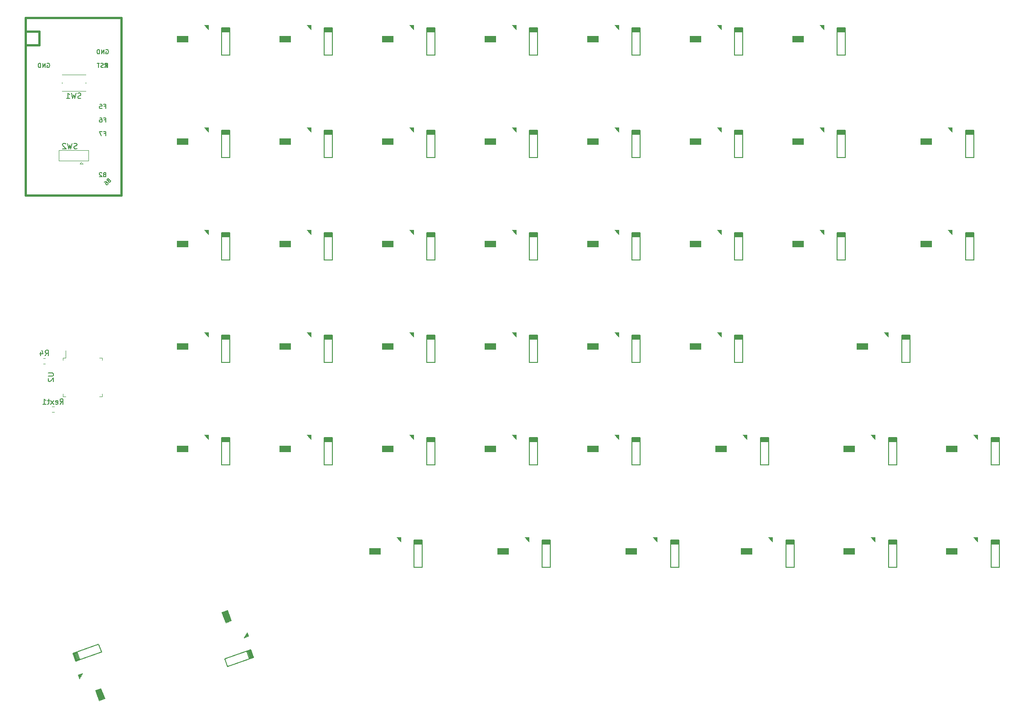
<source format=gbo>
G04 #@! TF.GenerationSoftware,KiCad,Pcbnew,(5.1.6)-1*
G04 #@! TF.CreationDate,2020-11-25T22:12:27-08:00*
G04 #@! TF.ProjectId,ortho_right,6f727468-6f5f-4726-9967-68742e6b6963,rev?*
G04 #@! TF.SameCoordinates,Original*
G04 #@! TF.FileFunction,Legend,Bot*
G04 #@! TF.FilePolarity,Positive*
%FSLAX46Y46*%
G04 Gerber Fmt 4.6, Leading zero omitted, Abs format (unit mm)*
G04 Created by KiCad (PCBNEW (5.1.6)-1) date 2020-11-25 22:12:27*
%MOMM*%
%LPD*%
G01*
G04 APERTURE LIST*
%ADD10C,0.120000*%
%ADD11C,0.100000*%
%ADD12C,0.150000*%
%ADD13C,0.381000*%
G04 APERTURE END LIST*
D10*
X213667100Y-79067000D02*
X213667100Y-77777000D01*
X213217100Y-79067000D02*
X213667100Y-79067000D01*
X213217100Y-79517000D02*
X213217100Y-79067000D01*
X213217100Y-86287000D02*
X213667100Y-86287000D01*
X213217100Y-85837000D02*
X213217100Y-86287000D01*
X220437100Y-79067000D02*
X219987100Y-79067000D01*
X220437100Y-79517000D02*
X220437100Y-79067000D01*
X220437100Y-86287000D02*
X219987100Y-86287000D01*
X220437100Y-85837000D02*
X220437100Y-86287000D01*
X211524667Y-89206800D02*
X211182133Y-89206800D01*
X211524667Y-88186800D02*
X211182133Y-88186800D01*
X209873667Y-80189800D02*
X209531133Y-80189800D01*
X209873667Y-79169800D02*
X209531133Y-79169800D01*
D11*
G36*
X362627600Y-76390500D02*
G01*
X360595600Y-76390500D01*
X360595600Y-77533500D01*
X362627600Y-77533500D01*
X362627600Y-76390500D01*
G37*
X362627600Y-76390500D02*
X360595600Y-76390500D01*
X360595600Y-77533500D01*
X362627600Y-77533500D01*
X362627600Y-76390500D01*
G36*
X365675600Y-74358500D02*
G01*
X366437600Y-75247500D01*
X366437600Y-74358500D01*
X365675600Y-74358500D01*
G37*
X365675600Y-74358500D02*
X366437600Y-75247500D01*
X366437600Y-74358500D01*
X365675600Y-74358500D01*
D12*
X368941693Y-75629340D02*
X370465693Y-75629340D01*
X368941693Y-75502340D02*
X370465693Y-75502340D01*
X370465693Y-75375340D02*
X368941693Y-75375340D01*
X368941693Y-74994340D02*
X370465693Y-74994340D01*
X370465693Y-75121340D02*
X368941693Y-75121340D01*
X368941693Y-79947340D02*
X368941693Y-79439340D01*
X368941693Y-75248340D02*
X370465693Y-75248340D01*
X370465693Y-79947340D02*
X368941693Y-79947340D01*
X370465693Y-74867340D02*
X370465693Y-79947340D01*
X368941693Y-79947340D02*
X368941693Y-74867340D01*
X368941693Y-74867340D02*
X370465693Y-74867340D01*
X248026542Y-133365344D02*
X248547781Y-134797435D01*
X243252904Y-135102806D02*
X248026542Y-133365344D01*
X248547781Y-134797435D02*
X243774142Y-136534898D01*
X243774142Y-136534898D02*
X243252904Y-135102806D01*
X247668519Y-133495653D02*
X248189758Y-134927745D01*
X243252904Y-135102806D02*
X243730267Y-134929060D01*
X248309099Y-134884308D02*
X247787860Y-133452217D01*
X247907201Y-133408780D02*
X248428440Y-134840872D01*
X248070417Y-134971181D02*
X247549178Y-133539090D01*
X247429837Y-133582526D02*
X247951076Y-135014618D01*
X247310496Y-133625963D02*
X247831735Y-135058055D01*
D11*
G36*
X247387626Y-130122187D02*
G01*
X246812858Y-131142288D01*
X247648245Y-130838232D01*
X247387626Y-130122187D01*
G37*
X247387626Y-130122187D02*
X246812858Y-131142288D01*
X247648245Y-130838232D01*
X247387626Y-130122187D01*
G36*
X244435693Y-127952988D02*
G01*
X243740708Y-126043533D01*
X242666639Y-126434462D01*
X243361624Y-128343917D01*
X244435693Y-127952988D01*
G37*
X244435693Y-127952988D02*
X243740708Y-126043533D01*
X242666639Y-126434462D01*
X243361624Y-128343917D01*
X244435693Y-127952988D01*
D12*
X215567374Y-135525096D02*
X215046135Y-134093005D01*
X220341012Y-133787634D02*
X215567374Y-135525096D01*
X215046135Y-134093005D02*
X219819774Y-132355542D01*
X219819774Y-132355542D02*
X220341012Y-133787634D01*
X215925397Y-135394787D02*
X215404158Y-133962695D01*
X220341012Y-133787634D02*
X219863649Y-133961380D01*
X215284817Y-134006132D02*
X215806056Y-135438223D01*
X215686715Y-135481660D02*
X215165476Y-134049568D01*
X215523499Y-133919259D02*
X216044738Y-135351350D01*
X216164079Y-135307914D02*
X215642840Y-133875822D01*
X216283420Y-135264477D02*
X215762181Y-133832385D01*
D11*
G36*
X216206290Y-138768253D02*
G01*
X216781058Y-137748152D01*
X215945671Y-138052208D01*
X216206290Y-138768253D01*
G37*
X216206290Y-138768253D02*
X216781058Y-137748152D01*
X215945671Y-138052208D01*
X216206290Y-138768253D01*
G36*
X219158223Y-140937452D02*
G01*
X219853208Y-142846907D01*
X220927277Y-142455978D01*
X220232292Y-140546523D01*
X219158223Y-140937452D01*
G37*
X219158223Y-140937452D02*
X219853208Y-142846907D01*
X220927277Y-142455978D01*
X220232292Y-140546523D01*
X219158223Y-140937452D01*
D12*
X385536093Y-93917340D02*
X387060093Y-93917340D01*
X385536093Y-98997340D02*
X385536093Y-93917340D01*
X387060093Y-93917340D02*
X387060093Y-98997340D01*
X387060093Y-98997340D02*
X385536093Y-98997340D01*
X385536093Y-94298340D02*
X387060093Y-94298340D01*
X385536093Y-98997340D02*
X385536093Y-98489340D01*
X387060093Y-94171340D02*
X385536093Y-94171340D01*
X385536093Y-94044340D02*
X387060093Y-94044340D01*
X387060093Y-94425340D02*
X385536093Y-94425340D01*
X385536093Y-94552340D02*
X387060093Y-94552340D01*
X385536093Y-94679340D02*
X387060093Y-94679340D01*
D11*
G36*
X382270000Y-93408500D02*
G01*
X383032000Y-94297500D01*
X383032000Y-93408500D01*
X382270000Y-93408500D01*
G37*
X382270000Y-93408500D02*
X383032000Y-94297500D01*
X383032000Y-93408500D01*
X382270000Y-93408500D01*
G36*
X379222000Y-95440500D02*
G01*
X377190000Y-95440500D01*
X377190000Y-96583500D01*
X379222000Y-96583500D01*
X379222000Y-95440500D01*
G37*
X379222000Y-95440500D02*
X377190000Y-95440500D01*
X377190000Y-96583500D01*
X379222000Y-96583500D01*
X379222000Y-95440500D01*
D12*
X366486093Y-93917340D02*
X368010093Y-93917340D01*
X366486093Y-98997340D02*
X366486093Y-93917340D01*
X368010093Y-93917340D02*
X368010093Y-98997340D01*
X368010093Y-98997340D02*
X366486093Y-98997340D01*
X366486093Y-94298340D02*
X368010093Y-94298340D01*
X366486093Y-98997340D02*
X366486093Y-98489340D01*
X368010093Y-94171340D02*
X366486093Y-94171340D01*
X366486093Y-94044340D02*
X368010093Y-94044340D01*
X368010093Y-94425340D02*
X366486093Y-94425340D01*
X366486093Y-94552340D02*
X368010093Y-94552340D01*
X366486093Y-94679340D02*
X368010093Y-94679340D01*
D11*
G36*
X363220000Y-93408500D02*
G01*
X363982000Y-94297500D01*
X363982000Y-93408500D01*
X363220000Y-93408500D01*
G37*
X363220000Y-93408500D02*
X363982000Y-94297500D01*
X363982000Y-93408500D01*
X363220000Y-93408500D01*
G36*
X360172000Y-95440500D02*
G01*
X358140000Y-95440500D01*
X358140000Y-96583500D01*
X360172000Y-96583500D01*
X360172000Y-95440500D01*
G37*
X360172000Y-95440500D02*
X358140000Y-95440500D01*
X358140000Y-96583500D01*
X360172000Y-96583500D01*
X360172000Y-95440500D01*
D12*
X342674093Y-93917340D02*
X344198093Y-93917340D01*
X342674093Y-98997340D02*
X342674093Y-93917340D01*
X344198093Y-93917340D02*
X344198093Y-98997340D01*
X344198093Y-98997340D02*
X342674093Y-98997340D01*
X342674093Y-94298340D02*
X344198093Y-94298340D01*
X342674093Y-98997340D02*
X342674093Y-98489340D01*
X344198093Y-94171340D02*
X342674093Y-94171340D01*
X342674093Y-94044340D02*
X344198093Y-94044340D01*
X344198093Y-94425340D02*
X342674093Y-94425340D01*
X342674093Y-94552340D02*
X344198093Y-94552340D01*
X342674093Y-94679340D02*
X344198093Y-94679340D01*
D11*
G36*
X339408000Y-93408500D02*
G01*
X340170000Y-94297500D01*
X340170000Y-93408500D01*
X339408000Y-93408500D01*
G37*
X339408000Y-93408500D02*
X340170000Y-94297500D01*
X340170000Y-93408500D01*
X339408000Y-93408500D01*
G36*
X336360000Y-95440500D02*
G01*
X334328000Y-95440500D01*
X334328000Y-96583500D01*
X336360000Y-96583500D01*
X336360000Y-95440500D01*
G37*
X336360000Y-95440500D02*
X334328000Y-95440500D01*
X334328000Y-96583500D01*
X336360000Y-96583500D01*
X336360000Y-95440500D01*
D12*
X356961093Y-17717340D02*
X358485093Y-17717340D01*
X356961093Y-22797340D02*
X356961093Y-17717340D01*
X358485093Y-17717340D02*
X358485093Y-22797340D01*
X358485093Y-22797340D02*
X356961093Y-22797340D01*
X356961093Y-18098340D02*
X358485093Y-18098340D01*
X356961093Y-22797340D02*
X356961093Y-22289340D01*
X358485093Y-17971340D02*
X356961093Y-17971340D01*
X356961093Y-17844340D02*
X358485093Y-17844340D01*
X358485093Y-18225340D02*
X356961093Y-18225340D01*
X356961093Y-18352340D02*
X358485093Y-18352340D01*
X356961093Y-18479340D02*
X358485093Y-18479340D01*
D11*
G36*
X353695000Y-17208500D02*
G01*
X354457000Y-18097500D01*
X354457000Y-17208500D01*
X353695000Y-17208500D01*
G37*
X353695000Y-17208500D02*
X354457000Y-18097500D01*
X354457000Y-17208500D01*
X353695000Y-17208500D01*
G36*
X350647000Y-19240500D02*
G01*
X348615000Y-19240500D01*
X348615000Y-20383500D01*
X350647000Y-20383500D01*
X350647000Y-19240500D01*
G37*
X350647000Y-19240500D02*
X348615000Y-19240500D01*
X348615000Y-20383500D01*
X350647000Y-20383500D01*
X350647000Y-19240500D01*
D12*
X385536093Y-112967340D02*
X387060093Y-112967340D01*
X385536093Y-118047340D02*
X385536093Y-112967340D01*
X387060093Y-112967340D02*
X387060093Y-118047340D01*
X387060093Y-118047340D02*
X385536093Y-118047340D01*
X385536093Y-113348340D02*
X387060093Y-113348340D01*
X385536093Y-118047340D02*
X385536093Y-117539340D01*
X387060093Y-113221340D02*
X385536093Y-113221340D01*
X385536093Y-113094340D02*
X387060093Y-113094340D01*
X387060093Y-113475340D02*
X385536093Y-113475340D01*
X385536093Y-113602340D02*
X387060093Y-113602340D01*
X385536093Y-113729340D02*
X387060093Y-113729340D01*
D11*
G36*
X382270000Y-112458500D02*
G01*
X383032000Y-113347500D01*
X383032000Y-112458500D01*
X382270000Y-112458500D01*
G37*
X382270000Y-112458500D02*
X383032000Y-113347500D01*
X383032000Y-112458500D01*
X382270000Y-112458500D01*
G36*
X379222000Y-114490500D02*
G01*
X377190000Y-114490500D01*
X377190000Y-115633500D01*
X379222000Y-115633500D01*
X379222000Y-114490500D01*
G37*
X379222000Y-114490500D02*
X377190000Y-114490500D01*
X377190000Y-115633500D01*
X379222000Y-115633500D01*
X379222000Y-114490500D01*
D12*
X366486093Y-112967340D02*
X368010093Y-112967340D01*
X366486093Y-118047340D02*
X366486093Y-112967340D01*
X368010093Y-112967340D02*
X368010093Y-118047340D01*
X368010093Y-118047340D02*
X366486093Y-118047340D01*
X366486093Y-113348340D02*
X368010093Y-113348340D01*
X366486093Y-118047340D02*
X366486093Y-117539340D01*
X368010093Y-113221340D02*
X366486093Y-113221340D01*
X366486093Y-113094340D02*
X368010093Y-113094340D01*
X368010093Y-113475340D02*
X366486093Y-113475340D01*
X366486093Y-113602340D02*
X368010093Y-113602340D01*
X366486093Y-113729340D02*
X368010093Y-113729340D01*
D11*
G36*
X363220000Y-112458500D02*
G01*
X363982000Y-113347500D01*
X363982000Y-112458500D01*
X363220000Y-112458500D01*
G37*
X363220000Y-112458500D02*
X363982000Y-113347500D01*
X363982000Y-112458500D01*
X363220000Y-112458500D01*
G36*
X360172000Y-114490500D02*
G01*
X358140000Y-114490500D01*
X358140000Y-115633500D01*
X360172000Y-115633500D01*
X360172000Y-114490500D01*
G37*
X360172000Y-114490500D02*
X358140000Y-114490500D01*
X358140000Y-115633500D01*
X360172000Y-115633500D01*
X360172000Y-114490500D01*
D12*
X347436093Y-112967340D02*
X348960093Y-112967340D01*
X347436093Y-118047340D02*
X347436093Y-112967340D01*
X348960093Y-112967340D02*
X348960093Y-118047340D01*
X348960093Y-118047340D02*
X347436093Y-118047340D01*
X347436093Y-113348340D02*
X348960093Y-113348340D01*
X347436093Y-118047340D02*
X347436093Y-117539340D01*
X348960093Y-113221340D02*
X347436093Y-113221340D01*
X347436093Y-113094340D02*
X348960093Y-113094340D01*
X348960093Y-113475340D02*
X347436093Y-113475340D01*
X347436093Y-113602340D02*
X348960093Y-113602340D01*
X347436093Y-113729340D02*
X348960093Y-113729340D01*
D11*
G36*
X344170000Y-112458500D02*
G01*
X344932000Y-113347500D01*
X344932000Y-112458500D01*
X344170000Y-112458500D01*
G37*
X344170000Y-112458500D02*
X344932000Y-113347500D01*
X344932000Y-112458500D01*
X344170000Y-112458500D01*
G36*
X341122000Y-114490500D02*
G01*
X339090000Y-114490500D01*
X339090000Y-115633500D01*
X341122000Y-115633500D01*
X341122000Y-114490500D01*
G37*
X341122000Y-114490500D02*
X339090000Y-114490500D01*
X339090000Y-115633500D01*
X341122000Y-115633500D01*
X341122000Y-114490500D01*
G36*
X319690500Y-114490500D02*
G01*
X317658500Y-114490500D01*
X317658500Y-115633500D01*
X319690500Y-115633500D01*
X319690500Y-114490500D01*
G37*
X319690500Y-114490500D02*
X317658500Y-114490500D01*
X317658500Y-115633500D01*
X319690500Y-115633500D01*
X319690500Y-114490500D01*
G36*
X322738500Y-112458500D02*
G01*
X323500500Y-113347500D01*
X323500500Y-112458500D01*
X322738500Y-112458500D01*
G37*
X322738500Y-112458500D02*
X323500500Y-113347500D01*
X323500500Y-112458500D01*
X322738500Y-112458500D01*
D12*
X326004593Y-113729340D02*
X327528593Y-113729340D01*
X326004593Y-113602340D02*
X327528593Y-113602340D01*
X327528593Y-113475340D02*
X326004593Y-113475340D01*
X326004593Y-113094340D02*
X327528593Y-113094340D01*
X327528593Y-113221340D02*
X326004593Y-113221340D01*
X326004593Y-118047340D02*
X326004593Y-117539340D01*
X326004593Y-113348340D02*
X327528593Y-113348340D01*
X327528593Y-118047340D02*
X326004593Y-118047340D01*
X327528593Y-112967340D02*
X327528593Y-118047340D01*
X326004593Y-118047340D02*
X326004593Y-112967340D01*
X326004593Y-112967340D02*
X327528593Y-112967340D01*
X242661093Y-93917340D02*
X244185093Y-93917340D01*
X242661093Y-98997340D02*
X242661093Y-93917340D01*
X244185093Y-93917340D02*
X244185093Y-98997340D01*
X244185093Y-98997340D02*
X242661093Y-98997340D01*
X242661093Y-94298340D02*
X244185093Y-94298340D01*
X242661093Y-98997340D02*
X242661093Y-98489340D01*
X244185093Y-94171340D02*
X242661093Y-94171340D01*
X242661093Y-94044340D02*
X244185093Y-94044340D01*
X244185093Y-94425340D02*
X242661093Y-94425340D01*
X242661093Y-94552340D02*
X244185093Y-94552340D01*
X242661093Y-94679340D02*
X244185093Y-94679340D01*
D11*
G36*
X239395000Y-93408500D02*
G01*
X240157000Y-94297500D01*
X240157000Y-93408500D01*
X239395000Y-93408500D01*
G37*
X239395000Y-93408500D02*
X240157000Y-94297500D01*
X240157000Y-93408500D01*
X239395000Y-93408500D01*
G36*
X236347000Y-95440500D02*
G01*
X234315000Y-95440500D01*
X234315000Y-96583500D01*
X236347000Y-96583500D01*
X236347000Y-95440500D01*
G37*
X236347000Y-95440500D02*
X234315000Y-95440500D01*
X234315000Y-96583500D01*
X236347000Y-96583500D01*
X236347000Y-95440500D01*
D12*
X242661093Y-74867340D02*
X244185093Y-74867340D01*
X242661093Y-79947340D02*
X242661093Y-74867340D01*
X244185093Y-74867340D02*
X244185093Y-79947340D01*
X244185093Y-79947340D02*
X242661093Y-79947340D01*
X242661093Y-75248340D02*
X244185093Y-75248340D01*
X242661093Y-79947340D02*
X242661093Y-79439340D01*
X244185093Y-75121340D02*
X242661093Y-75121340D01*
X242661093Y-74994340D02*
X244185093Y-74994340D01*
X244185093Y-75375340D02*
X242661093Y-75375340D01*
X242661093Y-75502340D02*
X244185093Y-75502340D01*
X242661093Y-75629340D02*
X244185093Y-75629340D01*
D11*
G36*
X239395000Y-74358500D02*
G01*
X240157000Y-75247500D01*
X240157000Y-74358500D01*
X239395000Y-74358500D01*
G37*
X239395000Y-74358500D02*
X240157000Y-75247500D01*
X240157000Y-74358500D01*
X239395000Y-74358500D01*
G36*
X236347000Y-76390500D02*
G01*
X234315000Y-76390500D01*
X234315000Y-77533500D01*
X236347000Y-77533500D01*
X236347000Y-76390500D01*
G37*
X236347000Y-76390500D02*
X234315000Y-76390500D01*
X234315000Y-77533500D01*
X236347000Y-77533500D01*
X236347000Y-76390500D01*
D12*
X380774093Y-55817340D02*
X382298093Y-55817340D01*
X380774093Y-60897340D02*
X380774093Y-55817340D01*
X382298093Y-55817340D02*
X382298093Y-60897340D01*
X382298093Y-60897340D02*
X380774093Y-60897340D01*
X380774093Y-56198340D02*
X382298093Y-56198340D01*
X380774093Y-60897340D02*
X380774093Y-60389340D01*
X382298093Y-56071340D02*
X380774093Y-56071340D01*
X380774093Y-55944340D02*
X382298093Y-55944340D01*
X382298093Y-56325340D02*
X380774093Y-56325340D01*
X380774093Y-56452340D02*
X382298093Y-56452340D01*
X380774093Y-56579340D02*
X382298093Y-56579340D01*
D11*
G36*
X377508000Y-55308500D02*
G01*
X378270000Y-56197500D01*
X378270000Y-55308500D01*
X377508000Y-55308500D01*
G37*
X377508000Y-55308500D02*
X378270000Y-56197500D01*
X378270000Y-55308500D01*
X377508000Y-55308500D01*
G36*
X374460000Y-57340500D02*
G01*
X372428000Y-57340500D01*
X372428000Y-58483500D01*
X374460000Y-58483500D01*
X374460000Y-57340500D01*
G37*
X374460000Y-57340500D02*
X372428000Y-57340500D01*
X372428000Y-58483500D01*
X374460000Y-58483500D01*
X374460000Y-57340500D01*
D12*
X242661093Y-55817340D02*
X244185093Y-55817340D01*
X242661093Y-60897340D02*
X242661093Y-55817340D01*
X244185093Y-55817340D02*
X244185093Y-60897340D01*
X244185093Y-60897340D02*
X242661093Y-60897340D01*
X242661093Y-56198340D02*
X244185093Y-56198340D01*
X242661093Y-60897340D02*
X242661093Y-60389340D01*
X244185093Y-56071340D02*
X242661093Y-56071340D01*
X242661093Y-55944340D02*
X244185093Y-55944340D01*
X244185093Y-56325340D02*
X242661093Y-56325340D01*
X242661093Y-56452340D02*
X244185093Y-56452340D01*
X242661093Y-56579340D02*
X244185093Y-56579340D01*
D11*
G36*
X239395000Y-55308500D02*
G01*
X240157000Y-56197500D01*
X240157000Y-55308500D01*
X239395000Y-55308500D01*
G37*
X239395000Y-55308500D02*
X240157000Y-56197500D01*
X240157000Y-55308500D01*
X239395000Y-55308500D01*
G36*
X236347000Y-57340500D02*
G01*
X234315000Y-57340500D01*
X234315000Y-58483500D01*
X236347000Y-58483500D01*
X236347000Y-57340500D01*
G37*
X236347000Y-57340500D02*
X234315000Y-57340500D01*
X234315000Y-58483500D01*
X236347000Y-58483500D01*
X236347000Y-57340500D01*
D12*
X380774093Y-36767340D02*
X382298093Y-36767340D01*
X380774093Y-41847340D02*
X380774093Y-36767340D01*
X382298093Y-36767340D02*
X382298093Y-41847340D01*
X382298093Y-41847340D02*
X380774093Y-41847340D01*
X380774093Y-37148340D02*
X382298093Y-37148340D01*
X380774093Y-41847340D02*
X380774093Y-41339340D01*
X382298093Y-37021340D02*
X380774093Y-37021340D01*
X380774093Y-36894340D02*
X382298093Y-36894340D01*
X382298093Y-37275340D02*
X380774093Y-37275340D01*
X380774093Y-37402340D02*
X382298093Y-37402340D01*
X380774093Y-37529340D02*
X382298093Y-37529340D01*
D11*
G36*
X377508000Y-36258500D02*
G01*
X378270000Y-37147500D01*
X378270000Y-36258500D01*
X377508000Y-36258500D01*
G37*
X377508000Y-36258500D02*
X378270000Y-37147500D01*
X378270000Y-36258500D01*
X377508000Y-36258500D01*
G36*
X374460000Y-38290500D02*
G01*
X372428000Y-38290500D01*
X372428000Y-39433500D01*
X374460000Y-39433500D01*
X374460000Y-38290500D01*
G37*
X374460000Y-38290500D02*
X372428000Y-38290500D01*
X372428000Y-39433500D01*
X374460000Y-39433500D01*
X374460000Y-38290500D01*
D12*
X242661093Y-36767340D02*
X244185093Y-36767340D01*
X242661093Y-41847340D02*
X242661093Y-36767340D01*
X244185093Y-36767340D02*
X244185093Y-41847340D01*
X244185093Y-41847340D02*
X242661093Y-41847340D01*
X242661093Y-37148340D02*
X244185093Y-37148340D01*
X242661093Y-41847340D02*
X242661093Y-41339340D01*
X244185093Y-37021340D02*
X242661093Y-37021340D01*
X242661093Y-36894340D02*
X244185093Y-36894340D01*
X244185093Y-37275340D02*
X242661093Y-37275340D01*
X242661093Y-37402340D02*
X244185093Y-37402340D01*
X242661093Y-37529340D02*
X244185093Y-37529340D01*
D11*
G36*
X239395000Y-36258500D02*
G01*
X240157000Y-37147500D01*
X240157000Y-36258500D01*
X239395000Y-36258500D01*
G37*
X239395000Y-36258500D02*
X240157000Y-37147500D01*
X240157000Y-36258500D01*
X239395000Y-36258500D01*
G36*
X236347000Y-38290500D02*
G01*
X234315000Y-38290500D01*
X234315000Y-39433500D01*
X236347000Y-39433500D01*
X236347000Y-38290500D01*
G37*
X236347000Y-38290500D02*
X234315000Y-38290500D01*
X234315000Y-39433500D01*
X236347000Y-39433500D01*
X236347000Y-38290500D01*
D12*
X242661093Y-17717340D02*
X244185093Y-17717340D01*
X242661093Y-22797340D02*
X242661093Y-17717340D01*
X244185093Y-17717340D02*
X244185093Y-22797340D01*
X244185093Y-22797340D02*
X242661093Y-22797340D01*
X242661093Y-18098340D02*
X244185093Y-18098340D01*
X242661093Y-22797340D02*
X242661093Y-22289340D01*
X244185093Y-17971340D02*
X242661093Y-17971340D01*
X242661093Y-17844340D02*
X244185093Y-17844340D01*
X244185093Y-18225340D02*
X242661093Y-18225340D01*
X242661093Y-18352340D02*
X244185093Y-18352340D01*
X242661093Y-18479340D02*
X244185093Y-18479340D01*
D11*
G36*
X239395000Y-17208500D02*
G01*
X240157000Y-18097500D01*
X240157000Y-17208500D01*
X239395000Y-17208500D01*
G37*
X239395000Y-17208500D02*
X240157000Y-18097500D01*
X240157000Y-17208500D01*
X239395000Y-17208500D01*
G36*
X236347000Y-19240500D02*
G01*
X234315000Y-19240500D01*
X234315000Y-20383500D01*
X236347000Y-20383500D01*
X236347000Y-19240500D01*
G37*
X236347000Y-19240500D02*
X234315000Y-19240500D01*
X234315000Y-20383500D01*
X236347000Y-20383500D01*
X236347000Y-19240500D01*
D13*
X208749900Y-18415000D02*
X206209900Y-18415000D01*
X223989900Y-15875000D02*
X206209900Y-15875000D01*
X206209900Y-15875000D02*
X206209900Y-48895000D01*
X206209900Y-48895000D02*
X223989900Y-48895000D01*
X223989900Y-48895000D02*
X223989900Y-15875000D01*
D12*
G36*
X220944535Y-24304030D02*
G01*
X220944535Y-24404030D01*
X221444535Y-24404030D01*
X221444535Y-24304030D01*
X220944535Y-24304030D01*
G37*
X220944535Y-24304030D02*
X220944535Y-24404030D01*
X221444535Y-24404030D01*
X221444535Y-24304030D01*
X220944535Y-24304030D01*
G36*
X220944535Y-24304030D02*
G01*
X220944535Y-24604030D01*
X221044535Y-24604030D01*
X221044535Y-24304030D01*
X220944535Y-24304030D01*
G37*
X220944535Y-24304030D02*
X220944535Y-24604030D01*
X221044535Y-24604030D01*
X221044535Y-24304030D01*
X220944535Y-24304030D01*
G36*
X220944535Y-24904030D02*
G01*
X220944535Y-25104030D01*
X221044535Y-25104030D01*
X221044535Y-24904030D01*
X220944535Y-24904030D01*
G37*
X220944535Y-24904030D02*
X220944535Y-25104030D01*
X221044535Y-25104030D01*
X221044535Y-24904030D01*
X220944535Y-24904030D01*
G36*
X221344535Y-24304030D02*
G01*
X221344535Y-25104030D01*
X221444535Y-25104030D01*
X221444535Y-24304030D01*
X221344535Y-24304030D01*
G37*
X221344535Y-24304030D02*
X221344535Y-25104030D01*
X221444535Y-25104030D01*
X221444535Y-24304030D01*
X221344535Y-24304030D01*
G36*
X221144535Y-24704030D02*
G01*
X221144535Y-24804030D01*
X221244535Y-24804030D01*
X221244535Y-24704030D01*
X221144535Y-24704030D01*
G37*
X221144535Y-24704030D02*
X221144535Y-24804030D01*
X221244535Y-24804030D01*
X221244535Y-24704030D01*
X221144535Y-24704030D01*
D13*
X208749900Y-18415000D02*
X208749900Y-20955000D01*
X208749900Y-20955000D02*
X206209900Y-20955000D01*
D10*
X217926100Y-40529000D02*
X212426100Y-40529000D01*
X212426100Y-40529000D02*
X212426100Y-42479000D01*
X212426100Y-42479000D02*
X217926100Y-42479000D01*
X217926100Y-42479000D02*
X217926100Y-40529000D01*
X216576100Y-42729000D02*
X216876100Y-43029000D01*
X216876100Y-43029000D02*
X216276100Y-43029000D01*
X216276100Y-43029000D02*
X216576100Y-42729000D01*
X212976100Y-27915400D02*
X212976100Y-28015400D01*
X217376100Y-29515400D02*
X212976100Y-29515400D01*
X212976100Y-26415400D02*
X217376100Y-26415400D01*
X217376100Y-27915400D02*
X217376100Y-28015400D01*
D11*
G36*
X295878000Y-114490500D02*
G01*
X293846000Y-114490500D01*
X293846000Y-115633500D01*
X295878000Y-115633500D01*
X295878000Y-114490500D01*
G37*
X295878000Y-114490500D02*
X293846000Y-114490500D01*
X293846000Y-115633500D01*
X295878000Y-115633500D01*
X295878000Y-114490500D01*
G36*
X298926000Y-112458500D02*
G01*
X299688000Y-113347500D01*
X299688000Y-112458500D01*
X298926000Y-112458500D01*
G37*
X298926000Y-112458500D02*
X299688000Y-113347500D01*
X299688000Y-112458500D01*
X298926000Y-112458500D01*
D12*
X302192093Y-113729340D02*
X303716093Y-113729340D01*
X302192093Y-113602340D02*
X303716093Y-113602340D01*
X303716093Y-113475340D02*
X302192093Y-113475340D01*
X302192093Y-113094340D02*
X303716093Y-113094340D01*
X303716093Y-113221340D02*
X302192093Y-113221340D01*
X302192093Y-118047340D02*
X302192093Y-117539340D01*
X302192093Y-113348340D02*
X303716093Y-113348340D01*
X303716093Y-118047340D02*
X302192093Y-118047340D01*
X303716093Y-112967340D02*
X303716093Y-118047340D01*
X302192093Y-118047340D02*
X302192093Y-112967340D01*
X302192093Y-112967340D02*
X303716093Y-112967340D01*
D11*
G36*
X272065500Y-114490500D02*
G01*
X270033500Y-114490500D01*
X270033500Y-115633500D01*
X272065500Y-115633500D01*
X272065500Y-114490500D01*
G37*
X272065500Y-114490500D02*
X270033500Y-114490500D01*
X270033500Y-115633500D01*
X272065500Y-115633500D01*
X272065500Y-114490500D01*
G36*
X275113500Y-112458500D02*
G01*
X275875500Y-113347500D01*
X275875500Y-112458500D01*
X275113500Y-112458500D01*
G37*
X275113500Y-112458500D02*
X275875500Y-113347500D01*
X275875500Y-112458500D01*
X275113500Y-112458500D01*
D12*
X278379593Y-113729340D02*
X279903593Y-113729340D01*
X278379593Y-113602340D02*
X279903593Y-113602340D01*
X279903593Y-113475340D02*
X278379593Y-113475340D01*
X278379593Y-113094340D02*
X279903593Y-113094340D01*
X279903593Y-113221340D02*
X278379593Y-113221340D01*
X278379593Y-118047340D02*
X278379593Y-117539340D01*
X278379593Y-113348340D02*
X279903593Y-113348340D01*
X279903593Y-118047340D02*
X278379593Y-118047340D01*
X279903593Y-112967340D02*
X279903593Y-118047340D01*
X278379593Y-118047340D02*
X278379593Y-112967340D01*
X278379593Y-112967340D02*
X279903593Y-112967340D01*
X318861093Y-93917340D02*
X320385093Y-93917340D01*
X318861093Y-98997340D02*
X318861093Y-93917340D01*
X320385093Y-93917340D02*
X320385093Y-98997340D01*
X320385093Y-98997340D02*
X318861093Y-98997340D01*
X318861093Y-94298340D02*
X320385093Y-94298340D01*
X318861093Y-98997340D02*
X318861093Y-98489340D01*
X320385093Y-94171340D02*
X318861093Y-94171340D01*
X318861093Y-94044340D02*
X320385093Y-94044340D01*
X320385093Y-94425340D02*
X318861093Y-94425340D01*
X318861093Y-94552340D02*
X320385093Y-94552340D01*
X318861093Y-94679340D02*
X320385093Y-94679340D01*
D11*
G36*
X315595000Y-93408500D02*
G01*
X316357000Y-94297500D01*
X316357000Y-93408500D01*
X315595000Y-93408500D01*
G37*
X315595000Y-93408500D02*
X316357000Y-94297500D01*
X316357000Y-93408500D01*
X315595000Y-93408500D01*
G36*
X312547000Y-95440500D02*
G01*
X310515000Y-95440500D01*
X310515000Y-96583500D01*
X312547000Y-96583500D01*
X312547000Y-95440500D01*
G37*
X312547000Y-95440500D02*
X310515000Y-95440500D01*
X310515000Y-96583500D01*
X312547000Y-96583500D01*
X312547000Y-95440500D01*
D12*
X299811093Y-93917340D02*
X301335093Y-93917340D01*
X299811093Y-98997340D02*
X299811093Y-93917340D01*
X301335093Y-93917340D02*
X301335093Y-98997340D01*
X301335093Y-98997340D02*
X299811093Y-98997340D01*
X299811093Y-94298340D02*
X301335093Y-94298340D01*
X299811093Y-98997340D02*
X299811093Y-98489340D01*
X301335093Y-94171340D02*
X299811093Y-94171340D01*
X299811093Y-94044340D02*
X301335093Y-94044340D01*
X301335093Y-94425340D02*
X299811093Y-94425340D01*
X299811093Y-94552340D02*
X301335093Y-94552340D01*
X299811093Y-94679340D02*
X301335093Y-94679340D01*
D11*
G36*
X296545000Y-93408500D02*
G01*
X297307000Y-94297500D01*
X297307000Y-93408500D01*
X296545000Y-93408500D01*
G37*
X296545000Y-93408500D02*
X297307000Y-94297500D01*
X297307000Y-93408500D01*
X296545000Y-93408500D01*
G36*
X293497000Y-95440500D02*
G01*
X291465000Y-95440500D01*
X291465000Y-96583500D01*
X293497000Y-96583500D01*
X293497000Y-95440500D01*
G37*
X293497000Y-95440500D02*
X291465000Y-95440500D01*
X291465000Y-96583500D01*
X293497000Y-96583500D01*
X293497000Y-95440500D01*
D12*
X280761093Y-93917340D02*
X282285093Y-93917340D01*
X280761093Y-98997340D02*
X280761093Y-93917340D01*
X282285093Y-93917340D02*
X282285093Y-98997340D01*
X282285093Y-98997340D02*
X280761093Y-98997340D01*
X280761093Y-94298340D02*
X282285093Y-94298340D01*
X280761093Y-98997340D02*
X280761093Y-98489340D01*
X282285093Y-94171340D02*
X280761093Y-94171340D01*
X280761093Y-94044340D02*
X282285093Y-94044340D01*
X282285093Y-94425340D02*
X280761093Y-94425340D01*
X280761093Y-94552340D02*
X282285093Y-94552340D01*
X280761093Y-94679340D02*
X282285093Y-94679340D01*
D11*
G36*
X277495000Y-93408500D02*
G01*
X278257000Y-94297500D01*
X278257000Y-93408500D01*
X277495000Y-93408500D01*
G37*
X277495000Y-93408500D02*
X278257000Y-94297500D01*
X278257000Y-93408500D01*
X277495000Y-93408500D01*
G36*
X274447000Y-95440500D02*
G01*
X272415000Y-95440500D01*
X272415000Y-96583500D01*
X274447000Y-96583500D01*
X274447000Y-95440500D01*
G37*
X274447000Y-95440500D02*
X272415000Y-95440500D01*
X272415000Y-96583500D01*
X274447000Y-96583500D01*
X274447000Y-95440500D01*
D12*
X261711093Y-93917340D02*
X263235093Y-93917340D01*
X261711093Y-98997340D02*
X261711093Y-93917340D01*
X263235093Y-93917340D02*
X263235093Y-98997340D01*
X263235093Y-98997340D02*
X261711093Y-98997340D01*
X261711093Y-94298340D02*
X263235093Y-94298340D01*
X261711093Y-98997340D02*
X261711093Y-98489340D01*
X263235093Y-94171340D02*
X261711093Y-94171340D01*
X261711093Y-94044340D02*
X263235093Y-94044340D01*
X263235093Y-94425340D02*
X261711093Y-94425340D01*
X261711093Y-94552340D02*
X263235093Y-94552340D01*
X261711093Y-94679340D02*
X263235093Y-94679340D01*
D11*
G36*
X258445000Y-93408500D02*
G01*
X259207000Y-94297500D01*
X259207000Y-93408500D01*
X258445000Y-93408500D01*
G37*
X258445000Y-93408500D02*
X259207000Y-94297500D01*
X259207000Y-93408500D01*
X258445000Y-93408500D01*
G36*
X255397000Y-95440500D02*
G01*
X253365000Y-95440500D01*
X253365000Y-96583500D01*
X255397000Y-96583500D01*
X255397000Y-95440500D01*
G37*
X255397000Y-95440500D02*
X253365000Y-95440500D01*
X253365000Y-96583500D01*
X255397000Y-96583500D01*
X255397000Y-95440500D01*
D12*
X337911093Y-74867340D02*
X339435093Y-74867340D01*
X337911093Y-79947340D02*
X337911093Y-74867340D01*
X339435093Y-74867340D02*
X339435093Y-79947340D01*
X339435093Y-79947340D02*
X337911093Y-79947340D01*
X337911093Y-75248340D02*
X339435093Y-75248340D01*
X337911093Y-79947340D02*
X337911093Y-79439340D01*
X339435093Y-75121340D02*
X337911093Y-75121340D01*
X337911093Y-74994340D02*
X339435093Y-74994340D01*
X339435093Y-75375340D02*
X337911093Y-75375340D01*
X337911093Y-75502340D02*
X339435093Y-75502340D01*
X337911093Y-75629340D02*
X339435093Y-75629340D01*
D11*
G36*
X334645000Y-74358500D02*
G01*
X335407000Y-75247500D01*
X335407000Y-74358500D01*
X334645000Y-74358500D01*
G37*
X334645000Y-74358500D02*
X335407000Y-75247500D01*
X335407000Y-74358500D01*
X334645000Y-74358500D01*
G36*
X331597000Y-76390500D02*
G01*
X329565000Y-76390500D01*
X329565000Y-77533500D01*
X331597000Y-77533500D01*
X331597000Y-76390500D01*
G37*
X331597000Y-76390500D02*
X329565000Y-76390500D01*
X329565000Y-77533500D01*
X331597000Y-77533500D01*
X331597000Y-76390500D01*
D12*
X318861093Y-74867340D02*
X320385093Y-74867340D01*
X318861093Y-79947340D02*
X318861093Y-74867340D01*
X320385093Y-74867340D02*
X320385093Y-79947340D01*
X320385093Y-79947340D02*
X318861093Y-79947340D01*
X318861093Y-75248340D02*
X320385093Y-75248340D01*
X318861093Y-79947340D02*
X318861093Y-79439340D01*
X320385093Y-75121340D02*
X318861093Y-75121340D01*
X318861093Y-74994340D02*
X320385093Y-74994340D01*
X320385093Y-75375340D02*
X318861093Y-75375340D01*
X318861093Y-75502340D02*
X320385093Y-75502340D01*
X318861093Y-75629340D02*
X320385093Y-75629340D01*
D11*
G36*
X315595000Y-74358500D02*
G01*
X316357000Y-75247500D01*
X316357000Y-74358500D01*
X315595000Y-74358500D01*
G37*
X315595000Y-74358500D02*
X316357000Y-75247500D01*
X316357000Y-74358500D01*
X315595000Y-74358500D01*
G36*
X312547000Y-76390500D02*
G01*
X310515000Y-76390500D01*
X310515000Y-77533500D01*
X312547000Y-77533500D01*
X312547000Y-76390500D01*
G37*
X312547000Y-76390500D02*
X310515000Y-76390500D01*
X310515000Y-77533500D01*
X312547000Y-77533500D01*
X312547000Y-76390500D01*
D12*
X299811093Y-74867340D02*
X301335093Y-74867340D01*
X299811093Y-79947340D02*
X299811093Y-74867340D01*
X301335093Y-74867340D02*
X301335093Y-79947340D01*
X301335093Y-79947340D02*
X299811093Y-79947340D01*
X299811093Y-75248340D02*
X301335093Y-75248340D01*
X299811093Y-79947340D02*
X299811093Y-79439340D01*
X301335093Y-75121340D02*
X299811093Y-75121340D01*
X299811093Y-74994340D02*
X301335093Y-74994340D01*
X301335093Y-75375340D02*
X299811093Y-75375340D01*
X299811093Y-75502340D02*
X301335093Y-75502340D01*
X299811093Y-75629340D02*
X301335093Y-75629340D01*
D11*
G36*
X296545000Y-74358500D02*
G01*
X297307000Y-75247500D01*
X297307000Y-74358500D01*
X296545000Y-74358500D01*
G37*
X296545000Y-74358500D02*
X297307000Y-75247500D01*
X297307000Y-74358500D01*
X296545000Y-74358500D01*
G36*
X293497000Y-76390500D02*
G01*
X291465000Y-76390500D01*
X291465000Y-77533500D01*
X293497000Y-77533500D01*
X293497000Y-76390500D01*
G37*
X293497000Y-76390500D02*
X291465000Y-76390500D01*
X291465000Y-77533500D01*
X293497000Y-77533500D01*
X293497000Y-76390500D01*
D12*
X280761093Y-74867340D02*
X282285093Y-74867340D01*
X280761093Y-79947340D02*
X280761093Y-74867340D01*
X282285093Y-74867340D02*
X282285093Y-79947340D01*
X282285093Y-79947340D02*
X280761093Y-79947340D01*
X280761093Y-75248340D02*
X282285093Y-75248340D01*
X280761093Y-79947340D02*
X280761093Y-79439340D01*
X282285093Y-75121340D02*
X280761093Y-75121340D01*
X280761093Y-74994340D02*
X282285093Y-74994340D01*
X282285093Y-75375340D02*
X280761093Y-75375340D01*
X280761093Y-75502340D02*
X282285093Y-75502340D01*
X280761093Y-75629340D02*
X282285093Y-75629340D01*
D11*
G36*
X277495000Y-74358500D02*
G01*
X278257000Y-75247500D01*
X278257000Y-74358500D01*
X277495000Y-74358500D01*
G37*
X277495000Y-74358500D02*
X278257000Y-75247500D01*
X278257000Y-74358500D01*
X277495000Y-74358500D01*
G36*
X274447000Y-76390500D02*
G01*
X272415000Y-76390500D01*
X272415000Y-77533500D01*
X274447000Y-77533500D01*
X274447000Y-76390500D01*
G37*
X274447000Y-76390500D02*
X272415000Y-76390500D01*
X272415000Y-77533500D01*
X274447000Y-77533500D01*
X274447000Y-76390500D01*
D12*
X261711093Y-74867340D02*
X263235093Y-74867340D01*
X261711093Y-79947340D02*
X261711093Y-74867340D01*
X263235093Y-74867340D02*
X263235093Y-79947340D01*
X263235093Y-79947340D02*
X261711093Y-79947340D01*
X261711093Y-75248340D02*
X263235093Y-75248340D01*
X261711093Y-79947340D02*
X261711093Y-79439340D01*
X263235093Y-75121340D02*
X261711093Y-75121340D01*
X261711093Y-74994340D02*
X263235093Y-74994340D01*
X263235093Y-75375340D02*
X261711093Y-75375340D01*
X261711093Y-75502340D02*
X263235093Y-75502340D01*
X261711093Y-75629340D02*
X263235093Y-75629340D01*
D11*
G36*
X258445000Y-74358500D02*
G01*
X259207000Y-75247500D01*
X259207000Y-74358500D01*
X258445000Y-74358500D01*
G37*
X258445000Y-74358500D02*
X259207000Y-75247500D01*
X259207000Y-74358500D01*
X258445000Y-74358500D01*
G36*
X255397000Y-76390500D02*
G01*
X253365000Y-76390500D01*
X253365000Y-77533500D01*
X255397000Y-77533500D01*
X255397000Y-76390500D01*
G37*
X255397000Y-76390500D02*
X253365000Y-76390500D01*
X253365000Y-77533500D01*
X255397000Y-77533500D01*
X255397000Y-76390500D01*
D12*
X356961093Y-55817340D02*
X358485093Y-55817340D01*
X356961093Y-60897340D02*
X356961093Y-55817340D01*
X358485093Y-55817340D02*
X358485093Y-60897340D01*
X358485093Y-60897340D02*
X356961093Y-60897340D01*
X356961093Y-56198340D02*
X358485093Y-56198340D01*
X356961093Y-60897340D02*
X356961093Y-60389340D01*
X358485093Y-56071340D02*
X356961093Y-56071340D01*
X356961093Y-55944340D02*
X358485093Y-55944340D01*
X358485093Y-56325340D02*
X356961093Y-56325340D01*
X356961093Y-56452340D02*
X358485093Y-56452340D01*
X356961093Y-56579340D02*
X358485093Y-56579340D01*
D11*
G36*
X353695000Y-55308500D02*
G01*
X354457000Y-56197500D01*
X354457000Y-55308500D01*
X353695000Y-55308500D01*
G37*
X353695000Y-55308500D02*
X354457000Y-56197500D01*
X354457000Y-55308500D01*
X353695000Y-55308500D01*
G36*
X350647000Y-57340500D02*
G01*
X348615000Y-57340500D01*
X348615000Y-58483500D01*
X350647000Y-58483500D01*
X350647000Y-57340500D01*
G37*
X350647000Y-57340500D02*
X348615000Y-57340500D01*
X348615000Y-58483500D01*
X350647000Y-58483500D01*
X350647000Y-57340500D01*
D12*
X337911093Y-55817340D02*
X339435093Y-55817340D01*
X337911093Y-60897340D02*
X337911093Y-55817340D01*
X339435093Y-55817340D02*
X339435093Y-60897340D01*
X339435093Y-60897340D02*
X337911093Y-60897340D01*
X337911093Y-56198340D02*
X339435093Y-56198340D01*
X337911093Y-60897340D02*
X337911093Y-60389340D01*
X339435093Y-56071340D02*
X337911093Y-56071340D01*
X337911093Y-55944340D02*
X339435093Y-55944340D01*
X339435093Y-56325340D02*
X337911093Y-56325340D01*
X337911093Y-56452340D02*
X339435093Y-56452340D01*
X337911093Y-56579340D02*
X339435093Y-56579340D01*
D11*
G36*
X334645000Y-55308500D02*
G01*
X335407000Y-56197500D01*
X335407000Y-55308500D01*
X334645000Y-55308500D01*
G37*
X334645000Y-55308500D02*
X335407000Y-56197500D01*
X335407000Y-55308500D01*
X334645000Y-55308500D01*
G36*
X331597000Y-57340500D02*
G01*
X329565000Y-57340500D01*
X329565000Y-58483500D01*
X331597000Y-58483500D01*
X331597000Y-57340500D01*
G37*
X331597000Y-57340500D02*
X329565000Y-57340500D01*
X329565000Y-58483500D01*
X331597000Y-58483500D01*
X331597000Y-57340500D01*
D12*
X318861093Y-55817340D02*
X320385093Y-55817340D01*
X318861093Y-60897340D02*
X318861093Y-55817340D01*
X320385093Y-55817340D02*
X320385093Y-60897340D01*
X320385093Y-60897340D02*
X318861093Y-60897340D01*
X318861093Y-56198340D02*
X320385093Y-56198340D01*
X318861093Y-60897340D02*
X318861093Y-60389340D01*
X320385093Y-56071340D02*
X318861093Y-56071340D01*
X318861093Y-55944340D02*
X320385093Y-55944340D01*
X320385093Y-56325340D02*
X318861093Y-56325340D01*
X318861093Y-56452340D02*
X320385093Y-56452340D01*
X318861093Y-56579340D02*
X320385093Y-56579340D01*
D11*
G36*
X315595000Y-55308500D02*
G01*
X316357000Y-56197500D01*
X316357000Y-55308500D01*
X315595000Y-55308500D01*
G37*
X315595000Y-55308500D02*
X316357000Y-56197500D01*
X316357000Y-55308500D01*
X315595000Y-55308500D01*
G36*
X312547000Y-57340500D02*
G01*
X310515000Y-57340500D01*
X310515000Y-58483500D01*
X312547000Y-58483500D01*
X312547000Y-57340500D01*
G37*
X312547000Y-57340500D02*
X310515000Y-57340500D01*
X310515000Y-58483500D01*
X312547000Y-58483500D01*
X312547000Y-57340500D01*
D12*
X299811093Y-55817340D02*
X301335093Y-55817340D01*
X299811093Y-60897340D02*
X299811093Y-55817340D01*
X301335093Y-55817340D02*
X301335093Y-60897340D01*
X301335093Y-60897340D02*
X299811093Y-60897340D01*
X299811093Y-56198340D02*
X301335093Y-56198340D01*
X299811093Y-60897340D02*
X299811093Y-60389340D01*
X301335093Y-56071340D02*
X299811093Y-56071340D01*
X299811093Y-55944340D02*
X301335093Y-55944340D01*
X301335093Y-56325340D02*
X299811093Y-56325340D01*
X299811093Y-56452340D02*
X301335093Y-56452340D01*
X299811093Y-56579340D02*
X301335093Y-56579340D01*
D11*
G36*
X296545000Y-55308500D02*
G01*
X297307000Y-56197500D01*
X297307000Y-55308500D01*
X296545000Y-55308500D01*
G37*
X296545000Y-55308500D02*
X297307000Y-56197500D01*
X297307000Y-55308500D01*
X296545000Y-55308500D01*
G36*
X293497000Y-57340500D02*
G01*
X291465000Y-57340500D01*
X291465000Y-58483500D01*
X293497000Y-58483500D01*
X293497000Y-57340500D01*
G37*
X293497000Y-57340500D02*
X291465000Y-57340500D01*
X291465000Y-58483500D01*
X293497000Y-58483500D01*
X293497000Y-57340500D01*
D12*
X280761093Y-55817340D02*
X282285093Y-55817340D01*
X280761093Y-60897340D02*
X280761093Y-55817340D01*
X282285093Y-55817340D02*
X282285093Y-60897340D01*
X282285093Y-60897340D02*
X280761093Y-60897340D01*
X280761093Y-56198340D02*
X282285093Y-56198340D01*
X280761093Y-60897340D02*
X280761093Y-60389340D01*
X282285093Y-56071340D02*
X280761093Y-56071340D01*
X280761093Y-55944340D02*
X282285093Y-55944340D01*
X282285093Y-56325340D02*
X280761093Y-56325340D01*
X280761093Y-56452340D02*
X282285093Y-56452340D01*
X280761093Y-56579340D02*
X282285093Y-56579340D01*
D11*
G36*
X277495000Y-55308500D02*
G01*
X278257000Y-56197500D01*
X278257000Y-55308500D01*
X277495000Y-55308500D01*
G37*
X277495000Y-55308500D02*
X278257000Y-56197500D01*
X278257000Y-55308500D01*
X277495000Y-55308500D01*
G36*
X274447000Y-57340500D02*
G01*
X272415000Y-57340500D01*
X272415000Y-58483500D01*
X274447000Y-58483500D01*
X274447000Y-57340500D01*
G37*
X274447000Y-57340500D02*
X272415000Y-57340500D01*
X272415000Y-58483500D01*
X274447000Y-58483500D01*
X274447000Y-57340500D01*
D12*
X261711093Y-55817340D02*
X263235093Y-55817340D01*
X261711093Y-60897340D02*
X261711093Y-55817340D01*
X263235093Y-55817340D02*
X263235093Y-60897340D01*
X263235093Y-60897340D02*
X261711093Y-60897340D01*
X261711093Y-56198340D02*
X263235093Y-56198340D01*
X261711093Y-60897340D02*
X261711093Y-60389340D01*
X263235093Y-56071340D02*
X261711093Y-56071340D01*
X261711093Y-55944340D02*
X263235093Y-55944340D01*
X263235093Y-56325340D02*
X261711093Y-56325340D01*
X261711093Y-56452340D02*
X263235093Y-56452340D01*
X261711093Y-56579340D02*
X263235093Y-56579340D01*
D11*
G36*
X258445000Y-55308500D02*
G01*
X259207000Y-56197500D01*
X259207000Y-55308500D01*
X258445000Y-55308500D01*
G37*
X258445000Y-55308500D02*
X259207000Y-56197500D01*
X259207000Y-55308500D01*
X258445000Y-55308500D01*
G36*
X255397000Y-57340500D02*
G01*
X253365000Y-57340500D01*
X253365000Y-58483500D01*
X255397000Y-58483500D01*
X255397000Y-57340500D01*
G37*
X255397000Y-57340500D02*
X253365000Y-57340500D01*
X253365000Y-58483500D01*
X255397000Y-58483500D01*
X255397000Y-57340500D01*
D12*
X356961093Y-36767340D02*
X358485093Y-36767340D01*
X356961093Y-41847340D02*
X356961093Y-36767340D01*
X358485093Y-36767340D02*
X358485093Y-41847340D01*
X358485093Y-41847340D02*
X356961093Y-41847340D01*
X356961093Y-37148340D02*
X358485093Y-37148340D01*
X356961093Y-41847340D02*
X356961093Y-41339340D01*
X358485093Y-37021340D02*
X356961093Y-37021340D01*
X356961093Y-36894340D02*
X358485093Y-36894340D01*
X358485093Y-37275340D02*
X356961093Y-37275340D01*
X356961093Y-37402340D02*
X358485093Y-37402340D01*
X356961093Y-37529340D02*
X358485093Y-37529340D01*
D11*
G36*
X353695000Y-36258500D02*
G01*
X354457000Y-37147500D01*
X354457000Y-36258500D01*
X353695000Y-36258500D01*
G37*
X353695000Y-36258500D02*
X354457000Y-37147500D01*
X354457000Y-36258500D01*
X353695000Y-36258500D01*
G36*
X350647000Y-38290500D02*
G01*
X348615000Y-38290500D01*
X348615000Y-39433500D01*
X350647000Y-39433500D01*
X350647000Y-38290500D01*
G37*
X350647000Y-38290500D02*
X348615000Y-38290500D01*
X348615000Y-39433500D01*
X350647000Y-39433500D01*
X350647000Y-38290500D01*
D12*
X337911093Y-36767340D02*
X339435093Y-36767340D01*
X337911093Y-41847340D02*
X337911093Y-36767340D01*
X339435093Y-36767340D02*
X339435093Y-41847340D01*
X339435093Y-41847340D02*
X337911093Y-41847340D01*
X337911093Y-37148340D02*
X339435093Y-37148340D01*
X337911093Y-41847340D02*
X337911093Y-41339340D01*
X339435093Y-37021340D02*
X337911093Y-37021340D01*
X337911093Y-36894340D02*
X339435093Y-36894340D01*
X339435093Y-37275340D02*
X337911093Y-37275340D01*
X337911093Y-37402340D02*
X339435093Y-37402340D01*
X337911093Y-37529340D02*
X339435093Y-37529340D01*
D11*
G36*
X334645000Y-36258500D02*
G01*
X335407000Y-37147500D01*
X335407000Y-36258500D01*
X334645000Y-36258500D01*
G37*
X334645000Y-36258500D02*
X335407000Y-37147500D01*
X335407000Y-36258500D01*
X334645000Y-36258500D01*
G36*
X331597000Y-38290500D02*
G01*
X329565000Y-38290500D01*
X329565000Y-39433500D01*
X331597000Y-39433500D01*
X331597000Y-38290500D01*
G37*
X331597000Y-38290500D02*
X329565000Y-38290500D01*
X329565000Y-39433500D01*
X331597000Y-39433500D01*
X331597000Y-38290500D01*
D12*
X318861093Y-36767340D02*
X320385093Y-36767340D01*
X318861093Y-41847340D02*
X318861093Y-36767340D01*
X320385093Y-36767340D02*
X320385093Y-41847340D01*
X320385093Y-41847340D02*
X318861093Y-41847340D01*
X318861093Y-37148340D02*
X320385093Y-37148340D01*
X318861093Y-41847340D02*
X318861093Y-41339340D01*
X320385093Y-37021340D02*
X318861093Y-37021340D01*
X318861093Y-36894340D02*
X320385093Y-36894340D01*
X320385093Y-37275340D02*
X318861093Y-37275340D01*
X318861093Y-37402340D02*
X320385093Y-37402340D01*
X318861093Y-37529340D02*
X320385093Y-37529340D01*
D11*
G36*
X315595000Y-36258500D02*
G01*
X316357000Y-37147500D01*
X316357000Y-36258500D01*
X315595000Y-36258500D01*
G37*
X315595000Y-36258500D02*
X316357000Y-37147500D01*
X316357000Y-36258500D01*
X315595000Y-36258500D01*
G36*
X312547000Y-38290500D02*
G01*
X310515000Y-38290500D01*
X310515000Y-39433500D01*
X312547000Y-39433500D01*
X312547000Y-38290500D01*
G37*
X312547000Y-38290500D02*
X310515000Y-38290500D01*
X310515000Y-39433500D01*
X312547000Y-39433500D01*
X312547000Y-38290500D01*
D12*
X299811093Y-36767340D02*
X301335093Y-36767340D01*
X299811093Y-41847340D02*
X299811093Y-36767340D01*
X301335093Y-36767340D02*
X301335093Y-41847340D01*
X301335093Y-41847340D02*
X299811093Y-41847340D01*
X299811093Y-37148340D02*
X301335093Y-37148340D01*
X299811093Y-41847340D02*
X299811093Y-41339340D01*
X301335093Y-37021340D02*
X299811093Y-37021340D01*
X299811093Y-36894340D02*
X301335093Y-36894340D01*
X301335093Y-37275340D02*
X299811093Y-37275340D01*
X299811093Y-37402340D02*
X301335093Y-37402340D01*
X299811093Y-37529340D02*
X301335093Y-37529340D01*
D11*
G36*
X296545000Y-36258500D02*
G01*
X297307000Y-37147500D01*
X297307000Y-36258500D01*
X296545000Y-36258500D01*
G37*
X296545000Y-36258500D02*
X297307000Y-37147500D01*
X297307000Y-36258500D01*
X296545000Y-36258500D01*
G36*
X293497000Y-38290500D02*
G01*
X291465000Y-38290500D01*
X291465000Y-39433500D01*
X293497000Y-39433500D01*
X293497000Y-38290500D01*
G37*
X293497000Y-38290500D02*
X291465000Y-38290500D01*
X291465000Y-39433500D01*
X293497000Y-39433500D01*
X293497000Y-38290500D01*
D12*
X280761093Y-36767340D02*
X282285093Y-36767340D01*
X280761093Y-41847340D02*
X280761093Y-36767340D01*
X282285093Y-36767340D02*
X282285093Y-41847340D01*
X282285093Y-41847340D02*
X280761093Y-41847340D01*
X280761093Y-37148340D02*
X282285093Y-37148340D01*
X280761093Y-41847340D02*
X280761093Y-41339340D01*
X282285093Y-37021340D02*
X280761093Y-37021340D01*
X280761093Y-36894340D02*
X282285093Y-36894340D01*
X282285093Y-37275340D02*
X280761093Y-37275340D01*
X280761093Y-37402340D02*
X282285093Y-37402340D01*
X280761093Y-37529340D02*
X282285093Y-37529340D01*
D11*
G36*
X277495000Y-36258500D02*
G01*
X278257000Y-37147500D01*
X278257000Y-36258500D01*
X277495000Y-36258500D01*
G37*
X277495000Y-36258500D02*
X278257000Y-37147500D01*
X278257000Y-36258500D01*
X277495000Y-36258500D01*
G36*
X274447000Y-38290500D02*
G01*
X272415000Y-38290500D01*
X272415000Y-39433500D01*
X274447000Y-39433500D01*
X274447000Y-38290500D01*
G37*
X274447000Y-38290500D02*
X272415000Y-38290500D01*
X272415000Y-39433500D01*
X274447000Y-39433500D01*
X274447000Y-38290500D01*
D12*
X261711093Y-36767340D02*
X263235093Y-36767340D01*
X261711093Y-41847340D02*
X261711093Y-36767340D01*
X263235093Y-36767340D02*
X263235093Y-41847340D01*
X263235093Y-41847340D02*
X261711093Y-41847340D01*
X261711093Y-37148340D02*
X263235093Y-37148340D01*
X261711093Y-41847340D02*
X261711093Y-41339340D01*
X263235093Y-37021340D02*
X261711093Y-37021340D01*
X261711093Y-36894340D02*
X263235093Y-36894340D01*
X263235093Y-37275340D02*
X261711093Y-37275340D01*
X261711093Y-37402340D02*
X263235093Y-37402340D01*
X261711093Y-37529340D02*
X263235093Y-37529340D01*
D11*
G36*
X258445000Y-36258500D02*
G01*
X259207000Y-37147500D01*
X259207000Y-36258500D01*
X258445000Y-36258500D01*
G37*
X258445000Y-36258500D02*
X259207000Y-37147500D01*
X259207000Y-36258500D01*
X258445000Y-36258500D01*
G36*
X255397000Y-38290500D02*
G01*
X253365000Y-38290500D01*
X253365000Y-39433500D01*
X255397000Y-39433500D01*
X255397000Y-38290500D01*
G37*
X255397000Y-38290500D02*
X253365000Y-38290500D01*
X253365000Y-39433500D01*
X255397000Y-39433500D01*
X255397000Y-38290500D01*
D12*
X337911093Y-17717340D02*
X339435093Y-17717340D01*
X337911093Y-22797340D02*
X337911093Y-17717340D01*
X339435093Y-17717340D02*
X339435093Y-22797340D01*
X339435093Y-22797340D02*
X337911093Y-22797340D01*
X337911093Y-18098340D02*
X339435093Y-18098340D01*
X337911093Y-22797340D02*
X337911093Y-22289340D01*
X339435093Y-17971340D02*
X337911093Y-17971340D01*
X337911093Y-17844340D02*
X339435093Y-17844340D01*
X339435093Y-18225340D02*
X337911093Y-18225340D01*
X337911093Y-18352340D02*
X339435093Y-18352340D01*
X337911093Y-18479340D02*
X339435093Y-18479340D01*
D11*
G36*
X334645000Y-17208500D02*
G01*
X335407000Y-18097500D01*
X335407000Y-17208500D01*
X334645000Y-17208500D01*
G37*
X334645000Y-17208500D02*
X335407000Y-18097500D01*
X335407000Y-17208500D01*
X334645000Y-17208500D01*
G36*
X331597000Y-19240500D02*
G01*
X329565000Y-19240500D01*
X329565000Y-20383500D01*
X331597000Y-20383500D01*
X331597000Y-19240500D01*
G37*
X331597000Y-19240500D02*
X329565000Y-19240500D01*
X329565000Y-20383500D01*
X331597000Y-20383500D01*
X331597000Y-19240500D01*
D12*
X318861093Y-17717340D02*
X320385093Y-17717340D01*
X318861093Y-22797340D02*
X318861093Y-17717340D01*
X320385093Y-17717340D02*
X320385093Y-22797340D01*
X320385093Y-22797340D02*
X318861093Y-22797340D01*
X318861093Y-18098340D02*
X320385093Y-18098340D01*
X318861093Y-22797340D02*
X318861093Y-22289340D01*
X320385093Y-17971340D02*
X318861093Y-17971340D01*
X318861093Y-17844340D02*
X320385093Y-17844340D01*
X320385093Y-18225340D02*
X318861093Y-18225340D01*
X318861093Y-18352340D02*
X320385093Y-18352340D01*
X318861093Y-18479340D02*
X320385093Y-18479340D01*
D11*
G36*
X315595000Y-17208500D02*
G01*
X316357000Y-18097500D01*
X316357000Y-17208500D01*
X315595000Y-17208500D01*
G37*
X315595000Y-17208500D02*
X316357000Y-18097500D01*
X316357000Y-17208500D01*
X315595000Y-17208500D01*
G36*
X312547000Y-19240500D02*
G01*
X310515000Y-19240500D01*
X310515000Y-20383500D01*
X312547000Y-20383500D01*
X312547000Y-19240500D01*
G37*
X312547000Y-19240500D02*
X310515000Y-19240500D01*
X310515000Y-20383500D01*
X312547000Y-20383500D01*
X312547000Y-19240500D01*
D12*
X299811093Y-17717340D02*
X301335093Y-17717340D01*
X299811093Y-22797340D02*
X299811093Y-17717340D01*
X301335093Y-17717340D02*
X301335093Y-22797340D01*
X301335093Y-22797340D02*
X299811093Y-22797340D01*
X299811093Y-18098340D02*
X301335093Y-18098340D01*
X299811093Y-22797340D02*
X299811093Y-22289340D01*
X301335093Y-17971340D02*
X299811093Y-17971340D01*
X299811093Y-17844340D02*
X301335093Y-17844340D01*
X301335093Y-18225340D02*
X299811093Y-18225340D01*
X299811093Y-18352340D02*
X301335093Y-18352340D01*
X299811093Y-18479340D02*
X301335093Y-18479340D01*
D11*
G36*
X296545000Y-17208500D02*
G01*
X297307000Y-18097500D01*
X297307000Y-17208500D01*
X296545000Y-17208500D01*
G37*
X296545000Y-17208500D02*
X297307000Y-18097500D01*
X297307000Y-17208500D01*
X296545000Y-17208500D01*
G36*
X293497000Y-19240500D02*
G01*
X291465000Y-19240500D01*
X291465000Y-20383500D01*
X293497000Y-20383500D01*
X293497000Y-19240500D01*
G37*
X293497000Y-19240500D02*
X291465000Y-19240500D01*
X291465000Y-20383500D01*
X293497000Y-20383500D01*
X293497000Y-19240500D01*
D12*
X280761093Y-17717340D02*
X282285093Y-17717340D01*
X280761093Y-22797340D02*
X280761093Y-17717340D01*
X282285093Y-17717340D02*
X282285093Y-22797340D01*
X282285093Y-22797340D02*
X280761093Y-22797340D01*
X280761093Y-18098340D02*
X282285093Y-18098340D01*
X280761093Y-22797340D02*
X280761093Y-22289340D01*
X282285093Y-17971340D02*
X280761093Y-17971340D01*
X280761093Y-17844340D02*
X282285093Y-17844340D01*
X282285093Y-18225340D02*
X280761093Y-18225340D01*
X280761093Y-18352340D02*
X282285093Y-18352340D01*
X280761093Y-18479340D02*
X282285093Y-18479340D01*
D11*
G36*
X277495000Y-17208500D02*
G01*
X278257000Y-18097500D01*
X278257000Y-17208500D01*
X277495000Y-17208500D01*
G37*
X277495000Y-17208500D02*
X278257000Y-18097500D01*
X278257000Y-17208500D01*
X277495000Y-17208500D01*
G36*
X274447000Y-19240500D02*
G01*
X272415000Y-19240500D01*
X272415000Y-20383500D01*
X274447000Y-20383500D01*
X274447000Y-19240500D01*
G37*
X274447000Y-19240500D02*
X272415000Y-19240500D01*
X272415000Y-20383500D01*
X274447000Y-20383500D01*
X274447000Y-19240500D01*
D12*
X261711093Y-17717340D02*
X263235093Y-17717340D01*
X261711093Y-22797340D02*
X261711093Y-17717340D01*
X263235093Y-17717340D02*
X263235093Y-22797340D01*
X263235093Y-22797340D02*
X261711093Y-22797340D01*
X261711093Y-18098340D02*
X263235093Y-18098340D01*
X261711093Y-22797340D02*
X261711093Y-22289340D01*
X263235093Y-17971340D02*
X261711093Y-17971340D01*
X261711093Y-17844340D02*
X263235093Y-17844340D01*
X263235093Y-18225340D02*
X261711093Y-18225340D01*
X261711093Y-18352340D02*
X263235093Y-18352340D01*
X261711093Y-18479340D02*
X263235093Y-18479340D01*
D11*
G36*
X258445000Y-17208500D02*
G01*
X259207000Y-18097500D01*
X259207000Y-17208500D01*
X258445000Y-17208500D01*
G37*
X258445000Y-17208500D02*
X259207000Y-18097500D01*
X259207000Y-17208500D01*
X258445000Y-17208500D01*
G36*
X255397000Y-19240500D02*
G01*
X253365000Y-19240500D01*
X253365000Y-20383500D01*
X255397000Y-20383500D01*
X255397000Y-19240500D01*
G37*
X255397000Y-19240500D02*
X253365000Y-19240500D01*
X253365000Y-20383500D01*
X255397000Y-20383500D01*
X255397000Y-19240500D01*
D12*
X210429480Y-81915095D02*
X211239004Y-81915095D01*
X211334242Y-81962714D01*
X211381861Y-82010333D01*
X211429480Y-82105571D01*
X211429480Y-82296047D01*
X211381861Y-82391285D01*
X211334242Y-82438904D01*
X211239004Y-82486523D01*
X210429480Y-82486523D01*
X210524719Y-82915095D02*
X210477100Y-82962714D01*
X210429480Y-83057952D01*
X210429480Y-83296047D01*
X210477100Y-83391285D01*
X210524719Y-83438904D01*
X210619957Y-83486523D01*
X210715195Y-83486523D01*
X210858052Y-83438904D01*
X211429480Y-82867476D01*
X211429480Y-83486523D01*
X212639114Y-87719180D02*
X212972447Y-87242990D01*
X213210542Y-87719180D02*
X213210542Y-86719180D01*
X212829590Y-86719180D01*
X212734352Y-86766800D01*
X212686733Y-86814419D01*
X212639114Y-86909657D01*
X212639114Y-87052514D01*
X212686733Y-87147752D01*
X212734352Y-87195371D01*
X212829590Y-87242990D01*
X213210542Y-87242990D01*
X211829590Y-87671561D02*
X211924828Y-87719180D01*
X212115304Y-87719180D01*
X212210542Y-87671561D01*
X212258161Y-87576323D01*
X212258161Y-87195371D01*
X212210542Y-87100133D01*
X212115304Y-87052514D01*
X211924828Y-87052514D01*
X211829590Y-87100133D01*
X211781971Y-87195371D01*
X211781971Y-87290609D01*
X212258161Y-87385847D01*
X211448638Y-87719180D02*
X210924828Y-87052514D01*
X211448638Y-87052514D02*
X210924828Y-87719180D01*
X210686733Y-87052514D02*
X210305780Y-87052514D01*
X210543876Y-86719180D02*
X210543876Y-87576323D01*
X210496257Y-87671561D01*
X210401019Y-87719180D01*
X210305780Y-87719180D01*
X209448638Y-87719180D02*
X210020066Y-87719180D01*
X209734352Y-87719180D02*
X209734352Y-86719180D01*
X209829590Y-86862038D01*
X209924828Y-86957276D01*
X210020066Y-87004895D01*
X209869066Y-78702180D02*
X210202400Y-78225990D01*
X210440495Y-78702180D02*
X210440495Y-77702180D01*
X210059542Y-77702180D01*
X209964304Y-77749800D01*
X209916685Y-77797419D01*
X209869066Y-77892657D01*
X209869066Y-78035514D01*
X209916685Y-78130752D01*
X209964304Y-78178371D01*
X210059542Y-78225990D01*
X210440495Y-78225990D01*
X209011923Y-78035514D02*
X209011923Y-78702180D01*
X209250019Y-77654561D02*
X209488114Y-78368847D01*
X208869066Y-78368847D01*
X210248423Y-24365000D02*
X210324614Y-24326904D01*
X210438900Y-24326904D01*
X210553185Y-24365000D01*
X210629376Y-24441190D01*
X210667471Y-24517380D01*
X210705566Y-24669761D01*
X210705566Y-24784047D01*
X210667471Y-24936428D01*
X210629376Y-25012619D01*
X210553185Y-25088809D01*
X210438900Y-25126904D01*
X210362709Y-25126904D01*
X210248423Y-25088809D01*
X210210328Y-25050714D01*
X210210328Y-24784047D01*
X210362709Y-24784047D01*
X209867471Y-25126904D02*
X209867471Y-24326904D01*
X209410328Y-25126904D01*
X209410328Y-24326904D01*
X209029376Y-25126904D02*
X209029376Y-24326904D01*
X208838900Y-24326904D01*
X208724614Y-24365000D01*
X208648423Y-24441190D01*
X208610328Y-24517380D01*
X208572233Y-24669761D01*
X208572233Y-24784047D01*
X208610328Y-24936428D01*
X208648423Y-25012619D01*
X208724614Y-25088809D01*
X208838900Y-25126904D01*
X209029376Y-25126904D01*
X220884709Y-45027857D02*
X220770423Y-45065952D01*
X220732328Y-45104047D01*
X220694233Y-45180238D01*
X220694233Y-45294523D01*
X220732328Y-45370714D01*
X220770423Y-45408809D01*
X220846614Y-45446904D01*
X221151376Y-45446904D01*
X221151376Y-44646904D01*
X220884709Y-44646904D01*
X220808519Y-44685000D01*
X220770423Y-44723095D01*
X220732328Y-44799285D01*
X220732328Y-44875476D01*
X220770423Y-44951666D01*
X220808519Y-44989761D01*
X220884709Y-45027857D01*
X221151376Y-45027857D01*
X220389471Y-44723095D02*
X220351376Y-44685000D01*
X220275185Y-44646904D01*
X220084709Y-44646904D01*
X220008519Y-44685000D01*
X219970423Y-44723095D01*
X219932328Y-44799285D01*
X219932328Y-44875476D01*
X219970423Y-44989761D01*
X220427566Y-45446904D01*
X219932328Y-45446904D01*
X220827566Y-37407857D02*
X221094233Y-37407857D01*
X221094233Y-37826904D02*
X221094233Y-37026904D01*
X220713280Y-37026904D01*
X220484709Y-37026904D02*
X219951376Y-37026904D01*
X220294233Y-37826904D01*
X220827566Y-34867857D02*
X221094233Y-34867857D01*
X221094233Y-35286904D02*
X221094233Y-34486904D01*
X220713280Y-34486904D01*
X220065661Y-34486904D02*
X220218042Y-34486904D01*
X220294233Y-34525000D01*
X220332328Y-34563095D01*
X220408519Y-34677380D01*
X220446614Y-34829761D01*
X220446614Y-35134523D01*
X220408519Y-35210714D01*
X220370423Y-35248809D01*
X220294233Y-35286904D01*
X220141852Y-35286904D01*
X220065661Y-35248809D01*
X220027566Y-35210714D01*
X219989471Y-35134523D01*
X219989471Y-34944047D01*
X220027566Y-34867857D01*
X220065661Y-34829761D01*
X220141852Y-34791666D01*
X220294233Y-34791666D01*
X220370423Y-34829761D01*
X220408519Y-34867857D01*
X220446614Y-34944047D01*
X220827566Y-32327857D02*
X221094233Y-32327857D01*
X221094233Y-32746904D02*
X221094233Y-31946904D01*
X220713280Y-31946904D01*
X220027566Y-31946904D02*
X220408519Y-31946904D01*
X220446614Y-32327857D01*
X220408519Y-32289761D01*
X220332328Y-32251666D01*
X220141852Y-32251666D01*
X220065661Y-32289761D01*
X220027566Y-32327857D01*
X219989471Y-32404047D01*
X219989471Y-32594523D01*
X220027566Y-32670714D01*
X220065661Y-32708809D01*
X220141852Y-32746904D01*
X220332328Y-32746904D01*
X220408519Y-32708809D01*
X220446614Y-32670714D01*
X221170423Y-21825000D02*
X221246614Y-21786904D01*
X221360900Y-21786904D01*
X221475185Y-21825000D01*
X221551376Y-21901190D01*
X221589471Y-21977380D01*
X221627566Y-22129761D01*
X221627566Y-22244047D01*
X221589471Y-22396428D01*
X221551376Y-22472619D01*
X221475185Y-22548809D01*
X221360900Y-22586904D01*
X221284709Y-22586904D01*
X221170423Y-22548809D01*
X221132328Y-22510714D01*
X221132328Y-22244047D01*
X221284709Y-22244047D01*
X220789471Y-22586904D02*
X220789471Y-21786904D01*
X220332328Y-22586904D01*
X220332328Y-21786904D01*
X219951376Y-22586904D02*
X219951376Y-21786904D01*
X219760900Y-21786904D01*
X219646614Y-21825000D01*
X219570423Y-21901190D01*
X219532328Y-21977380D01*
X219494233Y-22129761D01*
X219494233Y-22244047D01*
X219532328Y-22396428D01*
X219570423Y-22472619D01*
X219646614Y-22548809D01*
X219760900Y-22586904D01*
X219951376Y-22586904D01*
X220673233Y-25068809D02*
X220558947Y-25106904D01*
X220368471Y-25106904D01*
X220292280Y-25068809D01*
X220254185Y-25030714D01*
X220216090Y-24954523D01*
X220216090Y-24878333D01*
X220254185Y-24802142D01*
X220292280Y-24764047D01*
X220368471Y-24725952D01*
X220520852Y-24687857D01*
X220597042Y-24649761D01*
X220635138Y-24611666D01*
X220673233Y-24535476D01*
X220673233Y-24459285D01*
X220635138Y-24383095D01*
X220597042Y-24345000D01*
X220520852Y-24306904D01*
X220330376Y-24306904D01*
X220216090Y-24345000D01*
X219987519Y-24306904D02*
X219530376Y-24306904D01*
X219758947Y-25106904D02*
X219758947Y-24306904D01*
X220827566Y-32327857D02*
X221094233Y-32327857D01*
X221094233Y-32746904D02*
X221094233Y-31946904D01*
X220713280Y-31946904D01*
X220027566Y-31946904D02*
X220408519Y-31946904D01*
X220446614Y-32327857D01*
X220408519Y-32289761D01*
X220332328Y-32251666D01*
X220141852Y-32251666D01*
X220065661Y-32289761D01*
X220027566Y-32327857D01*
X219989471Y-32404047D01*
X219989471Y-32594523D01*
X220027566Y-32670714D01*
X220065661Y-32708809D01*
X220141852Y-32746904D01*
X220332328Y-32746904D01*
X220408519Y-32708809D01*
X220446614Y-32670714D01*
X220827566Y-34867857D02*
X221094233Y-34867857D01*
X221094233Y-35286904D02*
X221094233Y-34486904D01*
X220713280Y-34486904D01*
X220065661Y-34486904D02*
X220218042Y-34486904D01*
X220294233Y-34525000D01*
X220332328Y-34563095D01*
X220408519Y-34677380D01*
X220446614Y-34829761D01*
X220446614Y-35134523D01*
X220408519Y-35210714D01*
X220370423Y-35248809D01*
X220294233Y-35286904D01*
X220141852Y-35286904D01*
X220065661Y-35248809D01*
X220027566Y-35210714D01*
X219989471Y-35134523D01*
X219989471Y-34944047D01*
X220027566Y-34867857D01*
X220065661Y-34829761D01*
X220141852Y-34791666D01*
X220294233Y-34791666D01*
X220370423Y-34829761D01*
X220408519Y-34867857D01*
X220446614Y-34944047D01*
X220827566Y-37407857D02*
X221094233Y-37407857D01*
X221094233Y-37826904D02*
X221094233Y-37026904D01*
X220713280Y-37026904D01*
X220484709Y-37026904D02*
X219951376Y-37026904D01*
X220294233Y-37826904D01*
X220884709Y-45027857D02*
X220770423Y-45065952D01*
X220732328Y-45104047D01*
X220694233Y-45180238D01*
X220694233Y-45294523D01*
X220732328Y-45370714D01*
X220770423Y-45408809D01*
X220846614Y-45446904D01*
X221151376Y-45446904D01*
X221151376Y-44646904D01*
X220884709Y-44646904D01*
X220808519Y-44685000D01*
X220770423Y-44723095D01*
X220732328Y-44799285D01*
X220732328Y-44875476D01*
X220770423Y-44951666D01*
X220808519Y-44989761D01*
X220884709Y-45027857D01*
X221151376Y-45027857D01*
X220389471Y-44723095D02*
X220351376Y-44685000D01*
X220275185Y-44646904D01*
X220084709Y-44646904D01*
X220008519Y-44685000D01*
X219970423Y-44723095D01*
X219932328Y-44799285D01*
X219932328Y-44875476D01*
X219970423Y-44989761D01*
X220427566Y-45446904D01*
X219932328Y-45446904D01*
X220673233Y-25068809D02*
X220558947Y-25106904D01*
X220368471Y-25106904D01*
X220292280Y-25068809D01*
X220254185Y-25030714D01*
X220216090Y-24954523D01*
X220216090Y-24878333D01*
X220254185Y-24802142D01*
X220292280Y-24764047D01*
X220368471Y-24725952D01*
X220520852Y-24687857D01*
X220597042Y-24649761D01*
X220635138Y-24611666D01*
X220673233Y-24535476D01*
X220673233Y-24459285D01*
X220635138Y-24383095D01*
X220597042Y-24345000D01*
X220520852Y-24306904D01*
X220330376Y-24306904D01*
X220216090Y-24345000D01*
X219987519Y-24306904D02*
X219530376Y-24306904D01*
X219758947Y-25106904D02*
X219758947Y-24306904D01*
X221664891Y-46119297D02*
X221617751Y-46213578D01*
X221617751Y-46260719D01*
X221641321Y-46331429D01*
X221712032Y-46402140D01*
X221782742Y-46425710D01*
X221829883Y-46425710D01*
X221900593Y-46402140D01*
X222089155Y-46213578D01*
X221594180Y-45718603D01*
X221429189Y-45883595D01*
X221405619Y-45954306D01*
X221405619Y-46001446D01*
X221429189Y-46072157D01*
X221476329Y-46119297D01*
X221547040Y-46142867D01*
X221594180Y-46142867D01*
X221664891Y-46119297D01*
X221829883Y-45954306D01*
X220887074Y-46425710D02*
X220981355Y-46331429D01*
X221052065Y-46307859D01*
X221099206Y-46307859D01*
X221217057Y-46331429D01*
X221334908Y-46402140D01*
X221523470Y-46590702D01*
X221547040Y-46661412D01*
X221547040Y-46708553D01*
X221523470Y-46779264D01*
X221429189Y-46873544D01*
X221358478Y-46897115D01*
X221311338Y-46897115D01*
X221240627Y-46873544D01*
X221122776Y-46755693D01*
X221099206Y-46684983D01*
X221099206Y-46637842D01*
X221122776Y-46567132D01*
X221217057Y-46472851D01*
X221287767Y-46449280D01*
X221334908Y-46449280D01*
X221405619Y-46472851D01*
X221664891Y-46119297D02*
X221617751Y-46213578D01*
X221617751Y-46260719D01*
X221641321Y-46331429D01*
X221712032Y-46402140D01*
X221782742Y-46425710D01*
X221829883Y-46425710D01*
X221900593Y-46402140D01*
X222089155Y-46213578D01*
X221594180Y-45718603D01*
X221429189Y-45883595D01*
X221405619Y-45954306D01*
X221405619Y-46001446D01*
X221429189Y-46072157D01*
X221476329Y-46119297D01*
X221547040Y-46142867D01*
X221594180Y-46142867D01*
X221664891Y-46119297D01*
X221829883Y-45954306D01*
X220887074Y-46425710D02*
X220981355Y-46331429D01*
X221052065Y-46307859D01*
X221099206Y-46307859D01*
X221217057Y-46331429D01*
X221334908Y-46402140D01*
X221523470Y-46590702D01*
X221547040Y-46661412D01*
X221547040Y-46708553D01*
X221523470Y-46779264D01*
X221429189Y-46873544D01*
X221358478Y-46897115D01*
X221311338Y-46897115D01*
X221240627Y-46873544D01*
X221122776Y-46755693D01*
X221099206Y-46684983D01*
X221099206Y-46637842D01*
X221122776Y-46567132D01*
X221217057Y-46472851D01*
X221287767Y-46449280D01*
X221334908Y-46449280D01*
X221405619Y-46472851D01*
X215784433Y-40158761D02*
X215641576Y-40206380D01*
X215403480Y-40206380D01*
X215308242Y-40158761D01*
X215260623Y-40111142D01*
X215213004Y-40015904D01*
X215213004Y-39920666D01*
X215260623Y-39825428D01*
X215308242Y-39777809D01*
X215403480Y-39730190D01*
X215593957Y-39682571D01*
X215689195Y-39634952D01*
X215736814Y-39587333D01*
X215784433Y-39492095D01*
X215784433Y-39396857D01*
X215736814Y-39301619D01*
X215689195Y-39254000D01*
X215593957Y-39206380D01*
X215355861Y-39206380D01*
X215213004Y-39254000D01*
X214879671Y-39206380D02*
X214641576Y-40206380D01*
X214451100Y-39492095D01*
X214260623Y-40206380D01*
X214022528Y-39206380D01*
X213689195Y-39301619D02*
X213641576Y-39254000D01*
X213546338Y-39206380D01*
X213308242Y-39206380D01*
X213213004Y-39254000D01*
X213165385Y-39301619D01*
X213117766Y-39396857D01*
X213117766Y-39492095D01*
X213165385Y-39634952D01*
X213736814Y-40206380D01*
X213117766Y-40206380D01*
X216509433Y-30820161D02*
X216366576Y-30867780D01*
X216128480Y-30867780D01*
X216033242Y-30820161D01*
X215985623Y-30772542D01*
X215938004Y-30677304D01*
X215938004Y-30582066D01*
X215985623Y-30486828D01*
X216033242Y-30439209D01*
X216128480Y-30391590D01*
X216318957Y-30343971D01*
X216414195Y-30296352D01*
X216461814Y-30248733D01*
X216509433Y-30153495D01*
X216509433Y-30058257D01*
X216461814Y-29963019D01*
X216414195Y-29915400D01*
X216318957Y-29867780D01*
X216080861Y-29867780D01*
X215938004Y-29915400D01*
X215604671Y-29867780D02*
X215366576Y-30867780D01*
X215176100Y-30153495D01*
X214985623Y-30867780D01*
X214747528Y-29867780D01*
X213842766Y-30867780D02*
X214414195Y-30867780D01*
X214128480Y-30867780D02*
X214128480Y-29867780D01*
X214223719Y-30010638D01*
X214318957Y-30105876D01*
X214414195Y-30153495D01*
M02*

</source>
